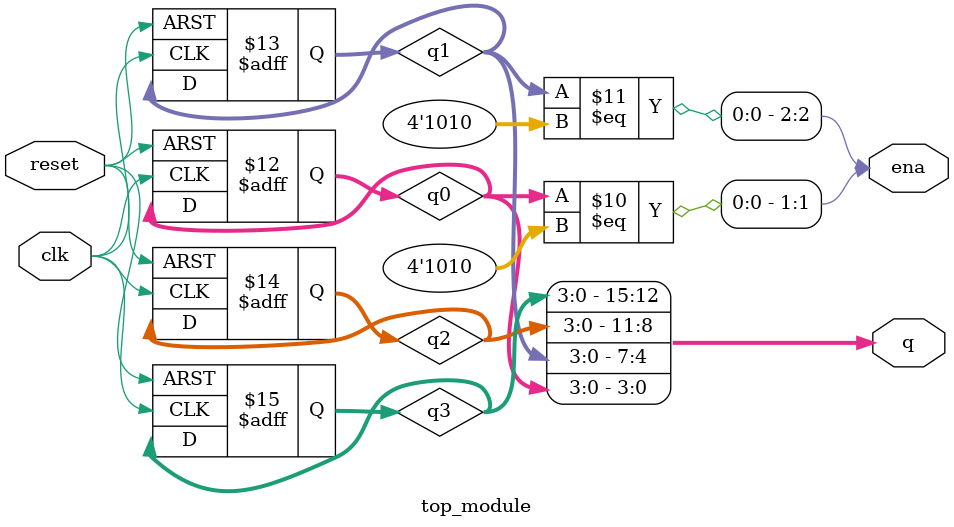
<source format=sv>
module top_module(
	input clk,
	input reset,
	output [3:1] ena,
	output reg [15:0] q);

	// Internal signals
	reg [3:0] q0;
	reg [3:0] q1;
	reg [3:0] q2;
	reg [3:0] q3;

	// Output signals
	assign q = {q3, q2, q1, q0};

	// Counter logic
	always @(posedge clk or posedge reset) begin
		if (reset) begin
			q0 <= 4'b0000;
			q1 <= 4'b0000;
			q2 <= 4'b0000;
			q3 <= 4'b0000;
		end else if (ena[0]) begin
			q0 <= q0 + 1;
			if (q0 == 10) begin
				q0 <= 4'b0000;
				q1 <= q1 + 1;
				if (q1 == 10) begin
					q1 <= 4'b0000;
					q2 <= q2 + 1;
					if (q2 == 10) begin
						q2 <= 4'b0000;
						q3 <= q3 + 1;
						if (q3 == 10) begin
							q3 <= 4'b0000;
						end
					end
				end
			end
		end
	end

	// Enable signals
	assign ena[0] = 1;
	assign ena[1] = q0 == 10;
	assign ena[2] = q1 == 10;

endmodule

</source>
